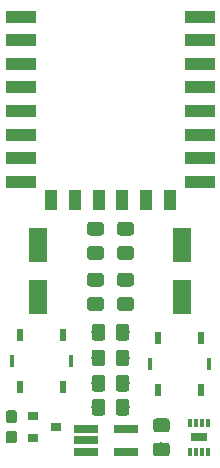
<source format=gbr>
G04 #@! TF.GenerationSoftware,KiCad,Pcbnew,(5.0.0)*
G04 #@! TF.CreationDate,2019-07-27T01:42:12+02:00*
G04 #@! TF.ProjectId,v3,76332E6B696361645F70636200000000,rev?*
G04 #@! TF.SameCoordinates,Original*
G04 #@! TF.FileFunction,Paste,Top*
G04 #@! TF.FilePolarity,Positive*
%FSLAX46Y46*%
G04 Gerber Fmt 4.6, Leading zero omitted, Abs format (unit mm)*
G04 Created by KiCad (PCBNEW (5.0.0)) date 07/27/19 01:42:12*
%MOMM*%
%LPD*%
G01*
G04 APERTURE LIST*
%ADD10C,0.100000*%
%ADD11R,1.600000X3.000000*%
%ADD12C,1.150000*%
%ADD13C,0.950000*%
%ADD14R,0.900000X0.800000*%
%ADD15R,0.600000X1.000000*%
%ADD16R,0.450000X1.000000*%
%ADD17R,2.500000X1.000000*%
%ADD18R,1.000000X1.800000*%
%ADD19R,2.000000X0.650000*%
%ADD20R,0.300000X0.800000*%
%ADD21R,1.000000X0.200000*%
G04 APERTURE END LIST*
D10*
G04 #@! TO.C,U4*
G36*
X155625000Y-87040716D02*
X155625000Y-87711000D01*
X154254420Y-87711000D01*
X154254420Y-87040716D01*
X155625000Y-87040716D01*
G37*
G04 #@! TD*
D11*
G04 #@! TO.C,C1*
X141351000Y-75479000D03*
X141351000Y-71079000D03*
G04 #@! TD*
G04 #@! TO.C,C4*
X153543000Y-75479000D03*
X153543000Y-71079000D03*
G04 #@! TD*
D10*
G04 #@! TO.C,C5*
G36*
X146771505Y-82105204D02*
X146795773Y-82108804D01*
X146819572Y-82114765D01*
X146842671Y-82123030D01*
X146864850Y-82133520D01*
X146885893Y-82146132D01*
X146905599Y-82160747D01*
X146923777Y-82177223D01*
X146940253Y-82195401D01*
X146954868Y-82215107D01*
X146967480Y-82236150D01*
X146977970Y-82258329D01*
X146986235Y-82281428D01*
X146992196Y-82305227D01*
X146995796Y-82329495D01*
X146997000Y-82353999D01*
X146997000Y-83254001D01*
X146995796Y-83278505D01*
X146992196Y-83302773D01*
X146986235Y-83326572D01*
X146977970Y-83349671D01*
X146967480Y-83371850D01*
X146954868Y-83392893D01*
X146940253Y-83412599D01*
X146923777Y-83430777D01*
X146905599Y-83447253D01*
X146885893Y-83461868D01*
X146864850Y-83474480D01*
X146842671Y-83484970D01*
X146819572Y-83493235D01*
X146795773Y-83499196D01*
X146771505Y-83502796D01*
X146747001Y-83504000D01*
X146096999Y-83504000D01*
X146072495Y-83502796D01*
X146048227Y-83499196D01*
X146024428Y-83493235D01*
X146001329Y-83484970D01*
X145979150Y-83474480D01*
X145958107Y-83461868D01*
X145938401Y-83447253D01*
X145920223Y-83430777D01*
X145903747Y-83412599D01*
X145889132Y-83392893D01*
X145876520Y-83371850D01*
X145866030Y-83349671D01*
X145857765Y-83326572D01*
X145851804Y-83302773D01*
X145848204Y-83278505D01*
X145847000Y-83254001D01*
X145847000Y-82353999D01*
X145848204Y-82329495D01*
X145851804Y-82305227D01*
X145857765Y-82281428D01*
X145866030Y-82258329D01*
X145876520Y-82236150D01*
X145889132Y-82215107D01*
X145903747Y-82195401D01*
X145920223Y-82177223D01*
X145938401Y-82160747D01*
X145958107Y-82146132D01*
X145979150Y-82133520D01*
X146001329Y-82123030D01*
X146024428Y-82114765D01*
X146048227Y-82108804D01*
X146072495Y-82105204D01*
X146096999Y-82104000D01*
X146747001Y-82104000D01*
X146771505Y-82105204D01*
X146771505Y-82105204D01*
G37*
D12*
X146422000Y-82804000D03*
D10*
G36*
X148821505Y-82105204D02*
X148845773Y-82108804D01*
X148869572Y-82114765D01*
X148892671Y-82123030D01*
X148914850Y-82133520D01*
X148935893Y-82146132D01*
X148955599Y-82160747D01*
X148973777Y-82177223D01*
X148990253Y-82195401D01*
X149004868Y-82215107D01*
X149017480Y-82236150D01*
X149027970Y-82258329D01*
X149036235Y-82281428D01*
X149042196Y-82305227D01*
X149045796Y-82329495D01*
X149047000Y-82353999D01*
X149047000Y-83254001D01*
X149045796Y-83278505D01*
X149042196Y-83302773D01*
X149036235Y-83326572D01*
X149027970Y-83349671D01*
X149017480Y-83371850D01*
X149004868Y-83392893D01*
X148990253Y-83412599D01*
X148973777Y-83430777D01*
X148955599Y-83447253D01*
X148935893Y-83461868D01*
X148914850Y-83474480D01*
X148892671Y-83484970D01*
X148869572Y-83493235D01*
X148845773Y-83499196D01*
X148821505Y-83502796D01*
X148797001Y-83504000D01*
X148146999Y-83504000D01*
X148122495Y-83502796D01*
X148098227Y-83499196D01*
X148074428Y-83493235D01*
X148051329Y-83484970D01*
X148029150Y-83474480D01*
X148008107Y-83461868D01*
X147988401Y-83447253D01*
X147970223Y-83430777D01*
X147953747Y-83412599D01*
X147939132Y-83392893D01*
X147926520Y-83371850D01*
X147916030Y-83349671D01*
X147907765Y-83326572D01*
X147901804Y-83302773D01*
X147898204Y-83278505D01*
X147897000Y-83254001D01*
X147897000Y-82353999D01*
X147898204Y-82329495D01*
X147901804Y-82305227D01*
X147907765Y-82281428D01*
X147916030Y-82258329D01*
X147926520Y-82236150D01*
X147939132Y-82215107D01*
X147953747Y-82195401D01*
X147970223Y-82177223D01*
X147988401Y-82160747D01*
X148008107Y-82146132D01*
X148029150Y-82133520D01*
X148051329Y-82123030D01*
X148074428Y-82114765D01*
X148098227Y-82108804D01*
X148122495Y-82105204D01*
X148146999Y-82104000D01*
X148797001Y-82104000D01*
X148821505Y-82105204D01*
X148821505Y-82105204D01*
G37*
D12*
X148472000Y-82804000D03*
G04 #@! TD*
D10*
G04 #@! TO.C,F1*
G36*
X139325779Y-85088144D02*
X139348834Y-85091563D01*
X139371443Y-85097227D01*
X139393387Y-85105079D01*
X139414457Y-85115044D01*
X139434448Y-85127026D01*
X139453168Y-85140910D01*
X139470438Y-85156562D01*
X139486090Y-85173832D01*
X139499974Y-85192552D01*
X139511956Y-85212543D01*
X139521921Y-85233613D01*
X139529773Y-85255557D01*
X139535437Y-85278166D01*
X139538856Y-85301221D01*
X139540000Y-85324500D01*
X139540000Y-85899500D01*
X139538856Y-85922779D01*
X139535437Y-85945834D01*
X139529773Y-85968443D01*
X139521921Y-85990387D01*
X139511956Y-86011457D01*
X139499974Y-86031448D01*
X139486090Y-86050168D01*
X139470438Y-86067438D01*
X139453168Y-86083090D01*
X139434448Y-86096974D01*
X139414457Y-86108956D01*
X139393387Y-86118921D01*
X139371443Y-86126773D01*
X139348834Y-86132437D01*
X139325779Y-86135856D01*
X139302500Y-86137000D01*
X138827500Y-86137000D01*
X138804221Y-86135856D01*
X138781166Y-86132437D01*
X138758557Y-86126773D01*
X138736613Y-86118921D01*
X138715543Y-86108956D01*
X138695552Y-86096974D01*
X138676832Y-86083090D01*
X138659562Y-86067438D01*
X138643910Y-86050168D01*
X138630026Y-86031448D01*
X138618044Y-86011457D01*
X138608079Y-85990387D01*
X138600227Y-85968443D01*
X138594563Y-85945834D01*
X138591144Y-85922779D01*
X138590000Y-85899500D01*
X138590000Y-85324500D01*
X138591144Y-85301221D01*
X138594563Y-85278166D01*
X138600227Y-85255557D01*
X138608079Y-85233613D01*
X138618044Y-85212543D01*
X138630026Y-85192552D01*
X138643910Y-85173832D01*
X138659562Y-85156562D01*
X138676832Y-85140910D01*
X138695552Y-85127026D01*
X138715543Y-85115044D01*
X138736613Y-85105079D01*
X138758557Y-85097227D01*
X138781166Y-85091563D01*
X138804221Y-85088144D01*
X138827500Y-85087000D01*
X139302500Y-85087000D01*
X139325779Y-85088144D01*
X139325779Y-85088144D01*
G37*
D13*
X139065000Y-85612000D03*
D10*
G36*
X139325779Y-86838144D02*
X139348834Y-86841563D01*
X139371443Y-86847227D01*
X139393387Y-86855079D01*
X139414457Y-86865044D01*
X139434448Y-86877026D01*
X139453168Y-86890910D01*
X139470438Y-86906562D01*
X139486090Y-86923832D01*
X139499974Y-86942552D01*
X139511956Y-86962543D01*
X139521921Y-86983613D01*
X139529773Y-87005557D01*
X139535437Y-87028166D01*
X139538856Y-87051221D01*
X139540000Y-87074500D01*
X139540000Y-87649500D01*
X139538856Y-87672779D01*
X139535437Y-87695834D01*
X139529773Y-87718443D01*
X139521921Y-87740387D01*
X139511956Y-87761457D01*
X139499974Y-87781448D01*
X139486090Y-87800168D01*
X139470438Y-87817438D01*
X139453168Y-87833090D01*
X139434448Y-87846974D01*
X139414457Y-87858956D01*
X139393387Y-87868921D01*
X139371443Y-87876773D01*
X139348834Y-87882437D01*
X139325779Y-87885856D01*
X139302500Y-87887000D01*
X138827500Y-87887000D01*
X138804221Y-87885856D01*
X138781166Y-87882437D01*
X138758557Y-87876773D01*
X138736613Y-87868921D01*
X138715543Y-87858956D01*
X138695552Y-87846974D01*
X138676832Y-87833090D01*
X138659562Y-87817438D01*
X138643910Y-87800168D01*
X138630026Y-87781448D01*
X138618044Y-87761457D01*
X138608079Y-87740387D01*
X138600227Y-87718443D01*
X138594563Y-87695834D01*
X138591144Y-87672779D01*
X138590000Y-87649500D01*
X138590000Y-87074500D01*
X138591144Y-87051221D01*
X138594563Y-87028166D01*
X138600227Y-87005557D01*
X138608079Y-86983613D01*
X138618044Y-86962543D01*
X138630026Y-86942552D01*
X138643910Y-86923832D01*
X138659562Y-86906562D01*
X138676832Y-86890910D01*
X138695552Y-86877026D01*
X138715543Y-86865044D01*
X138736613Y-86855079D01*
X138758557Y-86847227D01*
X138781166Y-86841563D01*
X138804221Y-86838144D01*
X138827500Y-86837000D01*
X139302500Y-86837000D01*
X139325779Y-86838144D01*
X139325779Y-86838144D01*
G37*
D13*
X139065000Y-87362000D03*
G04 #@! TD*
D14*
G04 #@! TO.C,IC1*
X140859000Y-85537000D03*
X140859000Y-87437000D03*
X142859000Y-86487000D03*
G04 #@! TD*
D10*
G04 #@! TO.C,L1*
G36*
X152239505Y-85777204D02*
X152263773Y-85780804D01*
X152287572Y-85786765D01*
X152310671Y-85795030D01*
X152332850Y-85805520D01*
X152353893Y-85818132D01*
X152373599Y-85832747D01*
X152391777Y-85849223D01*
X152408253Y-85867401D01*
X152422868Y-85887107D01*
X152435480Y-85908150D01*
X152445970Y-85930329D01*
X152454235Y-85953428D01*
X152460196Y-85977227D01*
X152463796Y-86001495D01*
X152465000Y-86025999D01*
X152465000Y-86676001D01*
X152463796Y-86700505D01*
X152460196Y-86724773D01*
X152454235Y-86748572D01*
X152445970Y-86771671D01*
X152435480Y-86793850D01*
X152422868Y-86814893D01*
X152408253Y-86834599D01*
X152391777Y-86852777D01*
X152373599Y-86869253D01*
X152353893Y-86883868D01*
X152332850Y-86896480D01*
X152310671Y-86906970D01*
X152287572Y-86915235D01*
X152263773Y-86921196D01*
X152239505Y-86924796D01*
X152215001Y-86926000D01*
X151314999Y-86926000D01*
X151290495Y-86924796D01*
X151266227Y-86921196D01*
X151242428Y-86915235D01*
X151219329Y-86906970D01*
X151197150Y-86896480D01*
X151176107Y-86883868D01*
X151156401Y-86869253D01*
X151138223Y-86852777D01*
X151121747Y-86834599D01*
X151107132Y-86814893D01*
X151094520Y-86793850D01*
X151084030Y-86771671D01*
X151075765Y-86748572D01*
X151069804Y-86724773D01*
X151066204Y-86700505D01*
X151065000Y-86676001D01*
X151065000Y-86025999D01*
X151066204Y-86001495D01*
X151069804Y-85977227D01*
X151075765Y-85953428D01*
X151084030Y-85930329D01*
X151094520Y-85908150D01*
X151107132Y-85887107D01*
X151121747Y-85867401D01*
X151138223Y-85849223D01*
X151156401Y-85832747D01*
X151176107Y-85818132D01*
X151197150Y-85805520D01*
X151219329Y-85795030D01*
X151242428Y-85786765D01*
X151266227Y-85780804D01*
X151290495Y-85777204D01*
X151314999Y-85776000D01*
X152215001Y-85776000D01*
X152239505Y-85777204D01*
X152239505Y-85777204D01*
G37*
D12*
X151765000Y-86351000D03*
D10*
G36*
X152239505Y-87827204D02*
X152263773Y-87830804D01*
X152287572Y-87836765D01*
X152310671Y-87845030D01*
X152332850Y-87855520D01*
X152353893Y-87868132D01*
X152373599Y-87882747D01*
X152391777Y-87899223D01*
X152408253Y-87917401D01*
X152422868Y-87937107D01*
X152435480Y-87958150D01*
X152445970Y-87980329D01*
X152454235Y-88003428D01*
X152460196Y-88027227D01*
X152463796Y-88051495D01*
X152465000Y-88075999D01*
X152465000Y-88726001D01*
X152463796Y-88750505D01*
X152460196Y-88774773D01*
X152454235Y-88798572D01*
X152445970Y-88821671D01*
X152435480Y-88843850D01*
X152422868Y-88864893D01*
X152408253Y-88884599D01*
X152391777Y-88902777D01*
X152373599Y-88919253D01*
X152353893Y-88933868D01*
X152332850Y-88946480D01*
X152310671Y-88956970D01*
X152287572Y-88965235D01*
X152263773Y-88971196D01*
X152239505Y-88974796D01*
X152215001Y-88976000D01*
X151314999Y-88976000D01*
X151290495Y-88974796D01*
X151266227Y-88971196D01*
X151242428Y-88965235D01*
X151219329Y-88956970D01*
X151197150Y-88946480D01*
X151176107Y-88933868D01*
X151156401Y-88919253D01*
X151138223Y-88902777D01*
X151121747Y-88884599D01*
X151107132Y-88864893D01*
X151094520Y-88843850D01*
X151084030Y-88821671D01*
X151075765Y-88798572D01*
X151069804Y-88774773D01*
X151066204Y-88750505D01*
X151065000Y-88726001D01*
X151065000Y-88075999D01*
X151066204Y-88051495D01*
X151069804Y-88027227D01*
X151075765Y-88003428D01*
X151084030Y-87980329D01*
X151094520Y-87958150D01*
X151107132Y-87937107D01*
X151121747Y-87917401D01*
X151138223Y-87899223D01*
X151156401Y-87882747D01*
X151176107Y-87868132D01*
X151197150Y-87855520D01*
X151219329Y-87845030D01*
X151242428Y-87836765D01*
X151266227Y-87830804D01*
X151290495Y-87827204D01*
X151314999Y-87826000D01*
X152215001Y-87826000D01*
X152239505Y-87827204D01*
X152239505Y-87827204D01*
G37*
D12*
X151765000Y-88401000D03*
G04 #@! TD*
D10*
G04 #@! TO.C,R1*
G36*
X146651505Y-69140204D02*
X146675773Y-69143804D01*
X146699572Y-69149765D01*
X146722671Y-69158030D01*
X146744850Y-69168520D01*
X146765893Y-69181132D01*
X146785599Y-69195747D01*
X146803777Y-69212223D01*
X146820253Y-69230401D01*
X146834868Y-69250107D01*
X146847480Y-69271150D01*
X146857970Y-69293329D01*
X146866235Y-69316428D01*
X146872196Y-69340227D01*
X146875796Y-69364495D01*
X146877000Y-69388999D01*
X146877000Y-70039001D01*
X146875796Y-70063505D01*
X146872196Y-70087773D01*
X146866235Y-70111572D01*
X146857970Y-70134671D01*
X146847480Y-70156850D01*
X146834868Y-70177893D01*
X146820253Y-70197599D01*
X146803777Y-70215777D01*
X146785599Y-70232253D01*
X146765893Y-70246868D01*
X146744850Y-70259480D01*
X146722671Y-70269970D01*
X146699572Y-70278235D01*
X146675773Y-70284196D01*
X146651505Y-70287796D01*
X146627001Y-70289000D01*
X145726999Y-70289000D01*
X145702495Y-70287796D01*
X145678227Y-70284196D01*
X145654428Y-70278235D01*
X145631329Y-70269970D01*
X145609150Y-70259480D01*
X145588107Y-70246868D01*
X145568401Y-70232253D01*
X145550223Y-70215777D01*
X145533747Y-70197599D01*
X145519132Y-70177893D01*
X145506520Y-70156850D01*
X145496030Y-70134671D01*
X145487765Y-70111572D01*
X145481804Y-70087773D01*
X145478204Y-70063505D01*
X145477000Y-70039001D01*
X145477000Y-69388999D01*
X145478204Y-69364495D01*
X145481804Y-69340227D01*
X145487765Y-69316428D01*
X145496030Y-69293329D01*
X145506520Y-69271150D01*
X145519132Y-69250107D01*
X145533747Y-69230401D01*
X145550223Y-69212223D01*
X145568401Y-69195747D01*
X145588107Y-69181132D01*
X145609150Y-69168520D01*
X145631329Y-69158030D01*
X145654428Y-69149765D01*
X145678227Y-69143804D01*
X145702495Y-69140204D01*
X145726999Y-69139000D01*
X146627001Y-69139000D01*
X146651505Y-69140204D01*
X146651505Y-69140204D01*
G37*
D12*
X146177000Y-69714000D03*
D10*
G36*
X146651505Y-71190204D02*
X146675773Y-71193804D01*
X146699572Y-71199765D01*
X146722671Y-71208030D01*
X146744850Y-71218520D01*
X146765893Y-71231132D01*
X146785599Y-71245747D01*
X146803777Y-71262223D01*
X146820253Y-71280401D01*
X146834868Y-71300107D01*
X146847480Y-71321150D01*
X146857970Y-71343329D01*
X146866235Y-71366428D01*
X146872196Y-71390227D01*
X146875796Y-71414495D01*
X146877000Y-71438999D01*
X146877000Y-72089001D01*
X146875796Y-72113505D01*
X146872196Y-72137773D01*
X146866235Y-72161572D01*
X146857970Y-72184671D01*
X146847480Y-72206850D01*
X146834868Y-72227893D01*
X146820253Y-72247599D01*
X146803777Y-72265777D01*
X146785599Y-72282253D01*
X146765893Y-72296868D01*
X146744850Y-72309480D01*
X146722671Y-72319970D01*
X146699572Y-72328235D01*
X146675773Y-72334196D01*
X146651505Y-72337796D01*
X146627001Y-72339000D01*
X145726999Y-72339000D01*
X145702495Y-72337796D01*
X145678227Y-72334196D01*
X145654428Y-72328235D01*
X145631329Y-72319970D01*
X145609150Y-72309480D01*
X145588107Y-72296868D01*
X145568401Y-72282253D01*
X145550223Y-72265777D01*
X145533747Y-72247599D01*
X145519132Y-72227893D01*
X145506520Y-72206850D01*
X145496030Y-72184671D01*
X145487765Y-72161572D01*
X145481804Y-72137773D01*
X145478204Y-72113505D01*
X145477000Y-72089001D01*
X145477000Y-71438999D01*
X145478204Y-71414495D01*
X145481804Y-71390227D01*
X145487765Y-71366428D01*
X145496030Y-71343329D01*
X145506520Y-71321150D01*
X145519132Y-71300107D01*
X145533747Y-71280401D01*
X145550223Y-71262223D01*
X145568401Y-71245747D01*
X145588107Y-71231132D01*
X145609150Y-71218520D01*
X145631329Y-71208030D01*
X145654428Y-71199765D01*
X145678227Y-71193804D01*
X145702495Y-71190204D01*
X145726999Y-71189000D01*
X146627001Y-71189000D01*
X146651505Y-71190204D01*
X146651505Y-71190204D01*
G37*
D12*
X146177000Y-71764000D03*
G04 #@! TD*
D10*
G04 #@! TO.C,R2*
G36*
X146771505Y-84137204D02*
X146795773Y-84140804D01*
X146819572Y-84146765D01*
X146842671Y-84155030D01*
X146864850Y-84165520D01*
X146885893Y-84178132D01*
X146905599Y-84192747D01*
X146923777Y-84209223D01*
X146940253Y-84227401D01*
X146954868Y-84247107D01*
X146967480Y-84268150D01*
X146977970Y-84290329D01*
X146986235Y-84313428D01*
X146992196Y-84337227D01*
X146995796Y-84361495D01*
X146997000Y-84385999D01*
X146997000Y-85286001D01*
X146995796Y-85310505D01*
X146992196Y-85334773D01*
X146986235Y-85358572D01*
X146977970Y-85381671D01*
X146967480Y-85403850D01*
X146954868Y-85424893D01*
X146940253Y-85444599D01*
X146923777Y-85462777D01*
X146905599Y-85479253D01*
X146885893Y-85493868D01*
X146864850Y-85506480D01*
X146842671Y-85516970D01*
X146819572Y-85525235D01*
X146795773Y-85531196D01*
X146771505Y-85534796D01*
X146747001Y-85536000D01*
X146096999Y-85536000D01*
X146072495Y-85534796D01*
X146048227Y-85531196D01*
X146024428Y-85525235D01*
X146001329Y-85516970D01*
X145979150Y-85506480D01*
X145958107Y-85493868D01*
X145938401Y-85479253D01*
X145920223Y-85462777D01*
X145903747Y-85444599D01*
X145889132Y-85424893D01*
X145876520Y-85403850D01*
X145866030Y-85381671D01*
X145857765Y-85358572D01*
X145851804Y-85334773D01*
X145848204Y-85310505D01*
X145847000Y-85286001D01*
X145847000Y-84385999D01*
X145848204Y-84361495D01*
X145851804Y-84337227D01*
X145857765Y-84313428D01*
X145866030Y-84290329D01*
X145876520Y-84268150D01*
X145889132Y-84247107D01*
X145903747Y-84227401D01*
X145920223Y-84209223D01*
X145938401Y-84192747D01*
X145958107Y-84178132D01*
X145979150Y-84165520D01*
X146001329Y-84155030D01*
X146024428Y-84146765D01*
X146048227Y-84140804D01*
X146072495Y-84137204D01*
X146096999Y-84136000D01*
X146747001Y-84136000D01*
X146771505Y-84137204D01*
X146771505Y-84137204D01*
G37*
D12*
X146422000Y-84836000D03*
D10*
G36*
X148821505Y-84137204D02*
X148845773Y-84140804D01*
X148869572Y-84146765D01*
X148892671Y-84155030D01*
X148914850Y-84165520D01*
X148935893Y-84178132D01*
X148955599Y-84192747D01*
X148973777Y-84209223D01*
X148990253Y-84227401D01*
X149004868Y-84247107D01*
X149017480Y-84268150D01*
X149027970Y-84290329D01*
X149036235Y-84313428D01*
X149042196Y-84337227D01*
X149045796Y-84361495D01*
X149047000Y-84385999D01*
X149047000Y-85286001D01*
X149045796Y-85310505D01*
X149042196Y-85334773D01*
X149036235Y-85358572D01*
X149027970Y-85381671D01*
X149017480Y-85403850D01*
X149004868Y-85424893D01*
X148990253Y-85444599D01*
X148973777Y-85462777D01*
X148955599Y-85479253D01*
X148935893Y-85493868D01*
X148914850Y-85506480D01*
X148892671Y-85516970D01*
X148869572Y-85525235D01*
X148845773Y-85531196D01*
X148821505Y-85534796D01*
X148797001Y-85536000D01*
X148146999Y-85536000D01*
X148122495Y-85534796D01*
X148098227Y-85531196D01*
X148074428Y-85525235D01*
X148051329Y-85516970D01*
X148029150Y-85506480D01*
X148008107Y-85493868D01*
X147988401Y-85479253D01*
X147970223Y-85462777D01*
X147953747Y-85444599D01*
X147939132Y-85424893D01*
X147926520Y-85403850D01*
X147916030Y-85381671D01*
X147907765Y-85358572D01*
X147901804Y-85334773D01*
X147898204Y-85310505D01*
X147897000Y-85286001D01*
X147897000Y-84385999D01*
X147898204Y-84361495D01*
X147901804Y-84337227D01*
X147907765Y-84313428D01*
X147916030Y-84290329D01*
X147926520Y-84268150D01*
X147939132Y-84247107D01*
X147953747Y-84227401D01*
X147970223Y-84209223D01*
X147988401Y-84192747D01*
X148008107Y-84178132D01*
X148029150Y-84165520D01*
X148051329Y-84155030D01*
X148074428Y-84146765D01*
X148098227Y-84140804D01*
X148122495Y-84137204D01*
X148146999Y-84136000D01*
X148797001Y-84136000D01*
X148821505Y-84137204D01*
X148821505Y-84137204D01*
G37*
D12*
X148472000Y-84836000D03*
G04 #@! TD*
D10*
G04 #@! TO.C,R5*
G36*
X146651505Y-73458204D02*
X146675773Y-73461804D01*
X146699572Y-73467765D01*
X146722671Y-73476030D01*
X146744850Y-73486520D01*
X146765893Y-73499132D01*
X146785599Y-73513747D01*
X146803777Y-73530223D01*
X146820253Y-73548401D01*
X146834868Y-73568107D01*
X146847480Y-73589150D01*
X146857970Y-73611329D01*
X146866235Y-73634428D01*
X146872196Y-73658227D01*
X146875796Y-73682495D01*
X146877000Y-73706999D01*
X146877000Y-74357001D01*
X146875796Y-74381505D01*
X146872196Y-74405773D01*
X146866235Y-74429572D01*
X146857970Y-74452671D01*
X146847480Y-74474850D01*
X146834868Y-74495893D01*
X146820253Y-74515599D01*
X146803777Y-74533777D01*
X146785599Y-74550253D01*
X146765893Y-74564868D01*
X146744850Y-74577480D01*
X146722671Y-74587970D01*
X146699572Y-74596235D01*
X146675773Y-74602196D01*
X146651505Y-74605796D01*
X146627001Y-74607000D01*
X145726999Y-74607000D01*
X145702495Y-74605796D01*
X145678227Y-74602196D01*
X145654428Y-74596235D01*
X145631329Y-74587970D01*
X145609150Y-74577480D01*
X145588107Y-74564868D01*
X145568401Y-74550253D01*
X145550223Y-74533777D01*
X145533747Y-74515599D01*
X145519132Y-74495893D01*
X145506520Y-74474850D01*
X145496030Y-74452671D01*
X145487765Y-74429572D01*
X145481804Y-74405773D01*
X145478204Y-74381505D01*
X145477000Y-74357001D01*
X145477000Y-73706999D01*
X145478204Y-73682495D01*
X145481804Y-73658227D01*
X145487765Y-73634428D01*
X145496030Y-73611329D01*
X145506520Y-73589150D01*
X145519132Y-73568107D01*
X145533747Y-73548401D01*
X145550223Y-73530223D01*
X145568401Y-73513747D01*
X145588107Y-73499132D01*
X145609150Y-73486520D01*
X145631329Y-73476030D01*
X145654428Y-73467765D01*
X145678227Y-73461804D01*
X145702495Y-73458204D01*
X145726999Y-73457000D01*
X146627001Y-73457000D01*
X146651505Y-73458204D01*
X146651505Y-73458204D01*
G37*
D12*
X146177000Y-74032000D03*
D10*
G36*
X146651505Y-75508204D02*
X146675773Y-75511804D01*
X146699572Y-75517765D01*
X146722671Y-75526030D01*
X146744850Y-75536520D01*
X146765893Y-75549132D01*
X146785599Y-75563747D01*
X146803777Y-75580223D01*
X146820253Y-75598401D01*
X146834868Y-75618107D01*
X146847480Y-75639150D01*
X146857970Y-75661329D01*
X146866235Y-75684428D01*
X146872196Y-75708227D01*
X146875796Y-75732495D01*
X146877000Y-75756999D01*
X146877000Y-76407001D01*
X146875796Y-76431505D01*
X146872196Y-76455773D01*
X146866235Y-76479572D01*
X146857970Y-76502671D01*
X146847480Y-76524850D01*
X146834868Y-76545893D01*
X146820253Y-76565599D01*
X146803777Y-76583777D01*
X146785599Y-76600253D01*
X146765893Y-76614868D01*
X146744850Y-76627480D01*
X146722671Y-76637970D01*
X146699572Y-76646235D01*
X146675773Y-76652196D01*
X146651505Y-76655796D01*
X146627001Y-76657000D01*
X145726999Y-76657000D01*
X145702495Y-76655796D01*
X145678227Y-76652196D01*
X145654428Y-76646235D01*
X145631329Y-76637970D01*
X145609150Y-76627480D01*
X145588107Y-76614868D01*
X145568401Y-76600253D01*
X145550223Y-76583777D01*
X145533747Y-76565599D01*
X145519132Y-76545893D01*
X145506520Y-76524850D01*
X145496030Y-76502671D01*
X145487765Y-76479572D01*
X145481804Y-76455773D01*
X145478204Y-76431505D01*
X145477000Y-76407001D01*
X145477000Y-75756999D01*
X145478204Y-75732495D01*
X145481804Y-75708227D01*
X145487765Y-75684428D01*
X145496030Y-75661329D01*
X145506520Y-75639150D01*
X145519132Y-75618107D01*
X145533747Y-75598401D01*
X145550223Y-75580223D01*
X145568401Y-75563747D01*
X145588107Y-75549132D01*
X145609150Y-75536520D01*
X145631329Y-75526030D01*
X145654428Y-75517765D01*
X145678227Y-75511804D01*
X145702495Y-75508204D01*
X145726999Y-75507000D01*
X146627001Y-75507000D01*
X146651505Y-75508204D01*
X146651505Y-75508204D01*
G37*
D12*
X146177000Y-76082000D03*
G04 #@! TD*
D10*
G04 #@! TO.C,R6*
G36*
X149191505Y-73458204D02*
X149215773Y-73461804D01*
X149239572Y-73467765D01*
X149262671Y-73476030D01*
X149284850Y-73486520D01*
X149305893Y-73499132D01*
X149325599Y-73513747D01*
X149343777Y-73530223D01*
X149360253Y-73548401D01*
X149374868Y-73568107D01*
X149387480Y-73589150D01*
X149397970Y-73611329D01*
X149406235Y-73634428D01*
X149412196Y-73658227D01*
X149415796Y-73682495D01*
X149417000Y-73706999D01*
X149417000Y-74357001D01*
X149415796Y-74381505D01*
X149412196Y-74405773D01*
X149406235Y-74429572D01*
X149397970Y-74452671D01*
X149387480Y-74474850D01*
X149374868Y-74495893D01*
X149360253Y-74515599D01*
X149343777Y-74533777D01*
X149325599Y-74550253D01*
X149305893Y-74564868D01*
X149284850Y-74577480D01*
X149262671Y-74587970D01*
X149239572Y-74596235D01*
X149215773Y-74602196D01*
X149191505Y-74605796D01*
X149167001Y-74607000D01*
X148266999Y-74607000D01*
X148242495Y-74605796D01*
X148218227Y-74602196D01*
X148194428Y-74596235D01*
X148171329Y-74587970D01*
X148149150Y-74577480D01*
X148128107Y-74564868D01*
X148108401Y-74550253D01*
X148090223Y-74533777D01*
X148073747Y-74515599D01*
X148059132Y-74495893D01*
X148046520Y-74474850D01*
X148036030Y-74452671D01*
X148027765Y-74429572D01*
X148021804Y-74405773D01*
X148018204Y-74381505D01*
X148017000Y-74357001D01*
X148017000Y-73706999D01*
X148018204Y-73682495D01*
X148021804Y-73658227D01*
X148027765Y-73634428D01*
X148036030Y-73611329D01*
X148046520Y-73589150D01*
X148059132Y-73568107D01*
X148073747Y-73548401D01*
X148090223Y-73530223D01*
X148108401Y-73513747D01*
X148128107Y-73499132D01*
X148149150Y-73486520D01*
X148171329Y-73476030D01*
X148194428Y-73467765D01*
X148218227Y-73461804D01*
X148242495Y-73458204D01*
X148266999Y-73457000D01*
X149167001Y-73457000D01*
X149191505Y-73458204D01*
X149191505Y-73458204D01*
G37*
D12*
X148717000Y-74032000D03*
D10*
G36*
X149191505Y-75508204D02*
X149215773Y-75511804D01*
X149239572Y-75517765D01*
X149262671Y-75526030D01*
X149284850Y-75536520D01*
X149305893Y-75549132D01*
X149325599Y-75563747D01*
X149343777Y-75580223D01*
X149360253Y-75598401D01*
X149374868Y-75618107D01*
X149387480Y-75639150D01*
X149397970Y-75661329D01*
X149406235Y-75684428D01*
X149412196Y-75708227D01*
X149415796Y-75732495D01*
X149417000Y-75756999D01*
X149417000Y-76407001D01*
X149415796Y-76431505D01*
X149412196Y-76455773D01*
X149406235Y-76479572D01*
X149397970Y-76502671D01*
X149387480Y-76524850D01*
X149374868Y-76545893D01*
X149360253Y-76565599D01*
X149343777Y-76583777D01*
X149325599Y-76600253D01*
X149305893Y-76614868D01*
X149284850Y-76627480D01*
X149262671Y-76637970D01*
X149239572Y-76646235D01*
X149215773Y-76652196D01*
X149191505Y-76655796D01*
X149167001Y-76657000D01*
X148266999Y-76657000D01*
X148242495Y-76655796D01*
X148218227Y-76652196D01*
X148194428Y-76646235D01*
X148171329Y-76637970D01*
X148149150Y-76627480D01*
X148128107Y-76614868D01*
X148108401Y-76600253D01*
X148090223Y-76583777D01*
X148073747Y-76565599D01*
X148059132Y-76545893D01*
X148046520Y-76524850D01*
X148036030Y-76502671D01*
X148027765Y-76479572D01*
X148021804Y-76455773D01*
X148018204Y-76431505D01*
X148017000Y-76407001D01*
X148017000Y-75756999D01*
X148018204Y-75732495D01*
X148021804Y-75708227D01*
X148027765Y-75684428D01*
X148036030Y-75661329D01*
X148046520Y-75639150D01*
X148059132Y-75618107D01*
X148073747Y-75598401D01*
X148090223Y-75580223D01*
X148108401Y-75563747D01*
X148128107Y-75549132D01*
X148149150Y-75536520D01*
X148171329Y-75526030D01*
X148194428Y-75517765D01*
X148218227Y-75511804D01*
X148242495Y-75508204D01*
X148266999Y-75507000D01*
X149167001Y-75507000D01*
X149191505Y-75508204D01*
X149191505Y-75508204D01*
G37*
D12*
X148717000Y-76082000D03*
G04 #@! TD*
D10*
G04 #@! TO.C,R7*
G36*
X149191505Y-69140204D02*
X149215773Y-69143804D01*
X149239572Y-69149765D01*
X149262671Y-69158030D01*
X149284850Y-69168520D01*
X149305893Y-69181132D01*
X149325599Y-69195747D01*
X149343777Y-69212223D01*
X149360253Y-69230401D01*
X149374868Y-69250107D01*
X149387480Y-69271150D01*
X149397970Y-69293329D01*
X149406235Y-69316428D01*
X149412196Y-69340227D01*
X149415796Y-69364495D01*
X149417000Y-69388999D01*
X149417000Y-70039001D01*
X149415796Y-70063505D01*
X149412196Y-70087773D01*
X149406235Y-70111572D01*
X149397970Y-70134671D01*
X149387480Y-70156850D01*
X149374868Y-70177893D01*
X149360253Y-70197599D01*
X149343777Y-70215777D01*
X149325599Y-70232253D01*
X149305893Y-70246868D01*
X149284850Y-70259480D01*
X149262671Y-70269970D01*
X149239572Y-70278235D01*
X149215773Y-70284196D01*
X149191505Y-70287796D01*
X149167001Y-70289000D01*
X148266999Y-70289000D01*
X148242495Y-70287796D01*
X148218227Y-70284196D01*
X148194428Y-70278235D01*
X148171329Y-70269970D01*
X148149150Y-70259480D01*
X148128107Y-70246868D01*
X148108401Y-70232253D01*
X148090223Y-70215777D01*
X148073747Y-70197599D01*
X148059132Y-70177893D01*
X148046520Y-70156850D01*
X148036030Y-70134671D01*
X148027765Y-70111572D01*
X148021804Y-70087773D01*
X148018204Y-70063505D01*
X148017000Y-70039001D01*
X148017000Y-69388999D01*
X148018204Y-69364495D01*
X148021804Y-69340227D01*
X148027765Y-69316428D01*
X148036030Y-69293329D01*
X148046520Y-69271150D01*
X148059132Y-69250107D01*
X148073747Y-69230401D01*
X148090223Y-69212223D01*
X148108401Y-69195747D01*
X148128107Y-69181132D01*
X148149150Y-69168520D01*
X148171329Y-69158030D01*
X148194428Y-69149765D01*
X148218227Y-69143804D01*
X148242495Y-69140204D01*
X148266999Y-69139000D01*
X149167001Y-69139000D01*
X149191505Y-69140204D01*
X149191505Y-69140204D01*
G37*
D12*
X148717000Y-69714000D03*
D10*
G36*
X149191505Y-71190204D02*
X149215773Y-71193804D01*
X149239572Y-71199765D01*
X149262671Y-71208030D01*
X149284850Y-71218520D01*
X149305893Y-71231132D01*
X149325599Y-71245747D01*
X149343777Y-71262223D01*
X149360253Y-71280401D01*
X149374868Y-71300107D01*
X149387480Y-71321150D01*
X149397970Y-71343329D01*
X149406235Y-71366428D01*
X149412196Y-71390227D01*
X149415796Y-71414495D01*
X149417000Y-71438999D01*
X149417000Y-72089001D01*
X149415796Y-72113505D01*
X149412196Y-72137773D01*
X149406235Y-72161572D01*
X149397970Y-72184671D01*
X149387480Y-72206850D01*
X149374868Y-72227893D01*
X149360253Y-72247599D01*
X149343777Y-72265777D01*
X149325599Y-72282253D01*
X149305893Y-72296868D01*
X149284850Y-72309480D01*
X149262671Y-72319970D01*
X149239572Y-72328235D01*
X149215773Y-72334196D01*
X149191505Y-72337796D01*
X149167001Y-72339000D01*
X148266999Y-72339000D01*
X148242495Y-72337796D01*
X148218227Y-72334196D01*
X148194428Y-72328235D01*
X148171329Y-72319970D01*
X148149150Y-72309480D01*
X148128107Y-72296868D01*
X148108401Y-72282253D01*
X148090223Y-72265777D01*
X148073747Y-72247599D01*
X148059132Y-72227893D01*
X148046520Y-72206850D01*
X148036030Y-72184671D01*
X148027765Y-72161572D01*
X148021804Y-72137773D01*
X148018204Y-72113505D01*
X148017000Y-72089001D01*
X148017000Y-71438999D01*
X148018204Y-71414495D01*
X148021804Y-71390227D01*
X148027765Y-71366428D01*
X148036030Y-71343329D01*
X148046520Y-71321150D01*
X148059132Y-71300107D01*
X148073747Y-71280401D01*
X148090223Y-71262223D01*
X148108401Y-71245747D01*
X148128107Y-71231132D01*
X148149150Y-71218520D01*
X148171329Y-71208030D01*
X148194428Y-71199765D01*
X148218227Y-71193804D01*
X148242495Y-71190204D01*
X148266999Y-71189000D01*
X149167001Y-71189000D01*
X149191505Y-71190204D01*
X149191505Y-71190204D01*
G37*
D12*
X148717000Y-71764000D03*
G04 #@! TD*
D10*
G04 #@! TO.C,R8*
G36*
X146771505Y-77787204D02*
X146795773Y-77790804D01*
X146819572Y-77796765D01*
X146842671Y-77805030D01*
X146864850Y-77815520D01*
X146885893Y-77828132D01*
X146905599Y-77842747D01*
X146923777Y-77859223D01*
X146940253Y-77877401D01*
X146954868Y-77897107D01*
X146967480Y-77918150D01*
X146977970Y-77940329D01*
X146986235Y-77963428D01*
X146992196Y-77987227D01*
X146995796Y-78011495D01*
X146997000Y-78035999D01*
X146997000Y-78936001D01*
X146995796Y-78960505D01*
X146992196Y-78984773D01*
X146986235Y-79008572D01*
X146977970Y-79031671D01*
X146967480Y-79053850D01*
X146954868Y-79074893D01*
X146940253Y-79094599D01*
X146923777Y-79112777D01*
X146905599Y-79129253D01*
X146885893Y-79143868D01*
X146864850Y-79156480D01*
X146842671Y-79166970D01*
X146819572Y-79175235D01*
X146795773Y-79181196D01*
X146771505Y-79184796D01*
X146747001Y-79186000D01*
X146096999Y-79186000D01*
X146072495Y-79184796D01*
X146048227Y-79181196D01*
X146024428Y-79175235D01*
X146001329Y-79166970D01*
X145979150Y-79156480D01*
X145958107Y-79143868D01*
X145938401Y-79129253D01*
X145920223Y-79112777D01*
X145903747Y-79094599D01*
X145889132Y-79074893D01*
X145876520Y-79053850D01*
X145866030Y-79031671D01*
X145857765Y-79008572D01*
X145851804Y-78984773D01*
X145848204Y-78960505D01*
X145847000Y-78936001D01*
X145847000Y-78035999D01*
X145848204Y-78011495D01*
X145851804Y-77987227D01*
X145857765Y-77963428D01*
X145866030Y-77940329D01*
X145876520Y-77918150D01*
X145889132Y-77897107D01*
X145903747Y-77877401D01*
X145920223Y-77859223D01*
X145938401Y-77842747D01*
X145958107Y-77828132D01*
X145979150Y-77815520D01*
X146001329Y-77805030D01*
X146024428Y-77796765D01*
X146048227Y-77790804D01*
X146072495Y-77787204D01*
X146096999Y-77786000D01*
X146747001Y-77786000D01*
X146771505Y-77787204D01*
X146771505Y-77787204D01*
G37*
D12*
X146422000Y-78486000D03*
D10*
G36*
X148821505Y-77787204D02*
X148845773Y-77790804D01*
X148869572Y-77796765D01*
X148892671Y-77805030D01*
X148914850Y-77815520D01*
X148935893Y-77828132D01*
X148955599Y-77842747D01*
X148973777Y-77859223D01*
X148990253Y-77877401D01*
X149004868Y-77897107D01*
X149017480Y-77918150D01*
X149027970Y-77940329D01*
X149036235Y-77963428D01*
X149042196Y-77987227D01*
X149045796Y-78011495D01*
X149047000Y-78035999D01*
X149047000Y-78936001D01*
X149045796Y-78960505D01*
X149042196Y-78984773D01*
X149036235Y-79008572D01*
X149027970Y-79031671D01*
X149017480Y-79053850D01*
X149004868Y-79074893D01*
X148990253Y-79094599D01*
X148973777Y-79112777D01*
X148955599Y-79129253D01*
X148935893Y-79143868D01*
X148914850Y-79156480D01*
X148892671Y-79166970D01*
X148869572Y-79175235D01*
X148845773Y-79181196D01*
X148821505Y-79184796D01*
X148797001Y-79186000D01*
X148146999Y-79186000D01*
X148122495Y-79184796D01*
X148098227Y-79181196D01*
X148074428Y-79175235D01*
X148051329Y-79166970D01*
X148029150Y-79156480D01*
X148008107Y-79143868D01*
X147988401Y-79129253D01*
X147970223Y-79112777D01*
X147953747Y-79094599D01*
X147939132Y-79074893D01*
X147926520Y-79053850D01*
X147916030Y-79031671D01*
X147907765Y-79008572D01*
X147901804Y-78984773D01*
X147898204Y-78960505D01*
X147897000Y-78936001D01*
X147897000Y-78035999D01*
X147898204Y-78011495D01*
X147901804Y-77987227D01*
X147907765Y-77963428D01*
X147916030Y-77940329D01*
X147926520Y-77918150D01*
X147939132Y-77897107D01*
X147953747Y-77877401D01*
X147970223Y-77859223D01*
X147988401Y-77842747D01*
X148008107Y-77828132D01*
X148029150Y-77815520D01*
X148051329Y-77805030D01*
X148074428Y-77796765D01*
X148098227Y-77790804D01*
X148122495Y-77787204D01*
X148146999Y-77786000D01*
X148797001Y-77786000D01*
X148821505Y-77787204D01*
X148821505Y-77787204D01*
G37*
D12*
X148472000Y-78486000D03*
G04 #@! TD*
D10*
G04 #@! TO.C,R9*
G36*
X148821505Y-79946204D02*
X148845773Y-79949804D01*
X148869572Y-79955765D01*
X148892671Y-79964030D01*
X148914850Y-79974520D01*
X148935893Y-79987132D01*
X148955599Y-80001747D01*
X148973777Y-80018223D01*
X148990253Y-80036401D01*
X149004868Y-80056107D01*
X149017480Y-80077150D01*
X149027970Y-80099329D01*
X149036235Y-80122428D01*
X149042196Y-80146227D01*
X149045796Y-80170495D01*
X149047000Y-80194999D01*
X149047000Y-81095001D01*
X149045796Y-81119505D01*
X149042196Y-81143773D01*
X149036235Y-81167572D01*
X149027970Y-81190671D01*
X149017480Y-81212850D01*
X149004868Y-81233893D01*
X148990253Y-81253599D01*
X148973777Y-81271777D01*
X148955599Y-81288253D01*
X148935893Y-81302868D01*
X148914850Y-81315480D01*
X148892671Y-81325970D01*
X148869572Y-81334235D01*
X148845773Y-81340196D01*
X148821505Y-81343796D01*
X148797001Y-81345000D01*
X148146999Y-81345000D01*
X148122495Y-81343796D01*
X148098227Y-81340196D01*
X148074428Y-81334235D01*
X148051329Y-81325970D01*
X148029150Y-81315480D01*
X148008107Y-81302868D01*
X147988401Y-81288253D01*
X147970223Y-81271777D01*
X147953747Y-81253599D01*
X147939132Y-81233893D01*
X147926520Y-81212850D01*
X147916030Y-81190671D01*
X147907765Y-81167572D01*
X147901804Y-81143773D01*
X147898204Y-81119505D01*
X147897000Y-81095001D01*
X147897000Y-80194999D01*
X147898204Y-80170495D01*
X147901804Y-80146227D01*
X147907765Y-80122428D01*
X147916030Y-80099329D01*
X147926520Y-80077150D01*
X147939132Y-80056107D01*
X147953747Y-80036401D01*
X147970223Y-80018223D01*
X147988401Y-80001747D01*
X148008107Y-79987132D01*
X148029150Y-79974520D01*
X148051329Y-79964030D01*
X148074428Y-79955765D01*
X148098227Y-79949804D01*
X148122495Y-79946204D01*
X148146999Y-79945000D01*
X148797001Y-79945000D01*
X148821505Y-79946204D01*
X148821505Y-79946204D01*
G37*
D12*
X148472000Y-80645000D03*
D10*
G36*
X146771505Y-79946204D02*
X146795773Y-79949804D01*
X146819572Y-79955765D01*
X146842671Y-79964030D01*
X146864850Y-79974520D01*
X146885893Y-79987132D01*
X146905599Y-80001747D01*
X146923777Y-80018223D01*
X146940253Y-80036401D01*
X146954868Y-80056107D01*
X146967480Y-80077150D01*
X146977970Y-80099329D01*
X146986235Y-80122428D01*
X146992196Y-80146227D01*
X146995796Y-80170495D01*
X146997000Y-80194999D01*
X146997000Y-81095001D01*
X146995796Y-81119505D01*
X146992196Y-81143773D01*
X146986235Y-81167572D01*
X146977970Y-81190671D01*
X146967480Y-81212850D01*
X146954868Y-81233893D01*
X146940253Y-81253599D01*
X146923777Y-81271777D01*
X146905599Y-81288253D01*
X146885893Y-81302868D01*
X146864850Y-81315480D01*
X146842671Y-81325970D01*
X146819572Y-81334235D01*
X146795773Y-81340196D01*
X146771505Y-81343796D01*
X146747001Y-81345000D01*
X146096999Y-81345000D01*
X146072495Y-81343796D01*
X146048227Y-81340196D01*
X146024428Y-81334235D01*
X146001329Y-81325970D01*
X145979150Y-81315480D01*
X145958107Y-81302868D01*
X145938401Y-81288253D01*
X145920223Y-81271777D01*
X145903747Y-81253599D01*
X145889132Y-81233893D01*
X145876520Y-81212850D01*
X145866030Y-81190671D01*
X145857765Y-81167572D01*
X145851804Y-81143773D01*
X145848204Y-81119505D01*
X145847000Y-81095001D01*
X145847000Y-80194999D01*
X145848204Y-80170495D01*
X145851804Y-80146227D01*
X145857765Y-80122428D01*
X145866030Y-80099329D01*
X145876520Y-80077150D01*
X145889132Y-80056107D01*
X145903747Y-80036401D01*
X145920223Y-80018223D01*
X145938401Y-80001747D01*
X145958107Y-79987132D01*
X145979150Y-79974520D01*
X146001329Y-79964030D01*
X146024428Y-79955765D01*
X146048227Y-79949804D01*
X146072495Y-79946204D01*
X146096999Y-79945000D01*
X146747001Y-79945000D01*
X146771505Y-79946204D01*
X146771505Y-79946204D01*
G37*
D12*
X146422000Y-80645000D03*
G04 #@! TD*
D15*
G04 #@! TO.C,reset*
X139755000Y-83099000D03*
X139755000Y-78699000D03*
X143455000Y-78699000D03*
X143455000Y-83099000D03*
D16*
X139080000Y-80899000D03*
X144130000Y-80899000D03*
G04 #@! TD*
G04 #@! TO.C,flash*
X155814000Y-81153000D03*
X150764000Y-81153000D03*
D15*
X155139000Y-83353000D03*
X155139000Y-78953000D03*
X151439000Y-78953000D03*
X151439000Y-83353000D03*
G04 #@! TD*
D17*
G04 #@! TO.C,U1*
X139847000Y-51745000D03*
X139847000Y-53745000D03*
X139847000Y-55745000D03*
X139847000Y-57745000D03*
X139847000Y-59745000D03*
X139847000Y-61745000D03*
X139847000Y-63745000D03*
X139847000Y-65745000D03*
D18*
X142447000Y-67245000D03*
X144447000Y-67245000D03*
X146447000Y-67245000D03*
X148447000Y-67245000D03*
X150447000Y-67245000D03*
X152447000Y-67245000D03*
D17*
X155047000Y-65745000D03*
X155047000Y-63745000D03*
X155047000Y-61745000D03*
X155047000Y-59745000D03*
X155047000Y-57745000D03*
X155047000Y-55745000D03*
X155047000Y-53745000D03*
X155047000Y-51745000D03*
G04 #@! TD*
D19*
G04 #@! TO.C,U2*
X145356000Y-86680000D03*
X145356000Y-87630000D03*
X145356000Y-88580000D03*
X148776000Y-88580000D03*
X148776000Y-86680000D03*
G04 #@! TD*
D20*
G04 #@! TO.C,U4*
X155690000Y-86176000D03*
X155190000Y-86176000D03*
X154690000Y-86176000D03*
X154190000Y-86176000D03*
X154190000Y-88576000D03*
X154690000Y-88576000D03*
X155190000Y-88576000D03*
X155690000Y-88576000D03*
D21*
X154940000Y-87376000D03*
G04 #@! TD*
M02*

</source>
